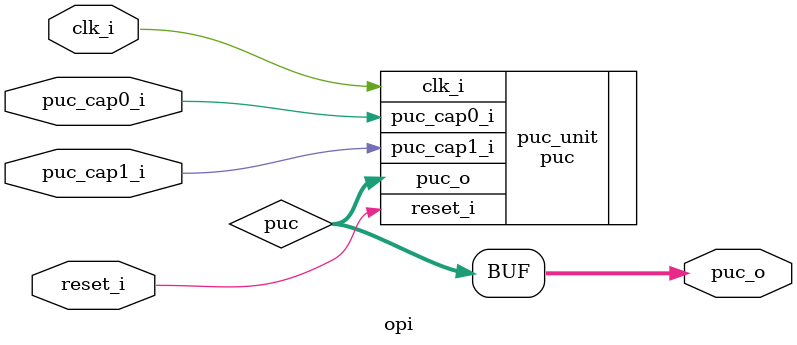
<source format=sv>
module opi #(
    parameter N_PUC = 2
) (
    input wire clk_i,
    input wire reset_i,
    input wire puc_cap0_i,
    input wire puc_cap1_i,

    output logic [N_PUC-1:0] puc_o
);
    logic [N_PUC-1:0] puc;

    // XXX: Assumes immutable
    assign puc_o = puc;

    puc #(.N_PUC(N_PUC)) puc_unit (
        .clk_i(clk_i),
        .reset_i(reset_i),
        .puc_cap0_i(puc_cap0_i),
        .puc_cap1_i(puc_cap1_i),
        .puc_o(puc)
    );
endmodule

</source>
